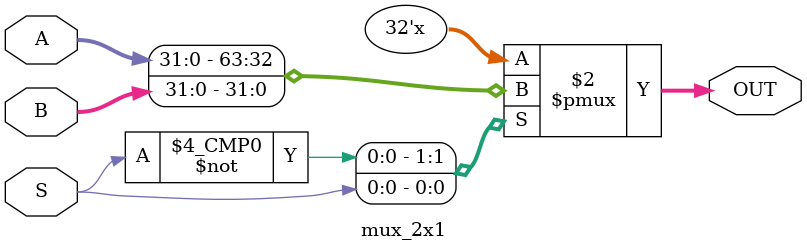
<source format=v>
module mux_2x1 #(parameter Width = 'd32) (
	input 		[Width - 1:0] A,
	input 		[Width - 1:0] B,
	input 			      S,
	output reg 	[Width - 1:0] OUT
	);

always @(*) begin
case (S) 
0:OUT <= A;
1:OUT <= B;
endcase
end

endmodule

</source>
